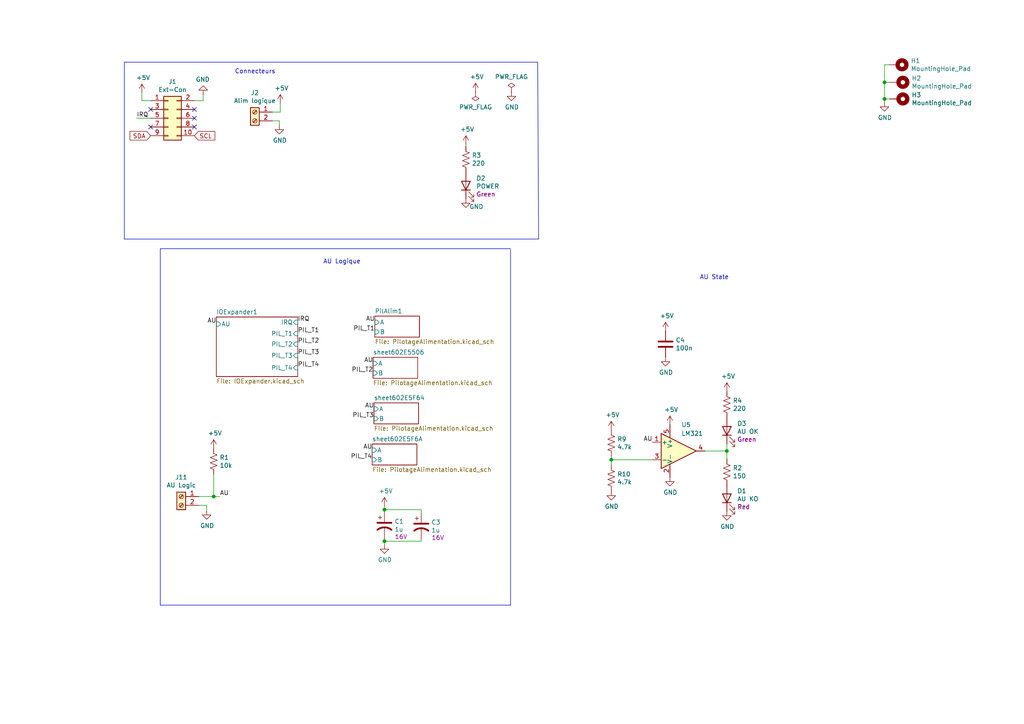
<source format=kicad_sch>
(kicad_sch (version 20230121) (generator eeschema)
  (paper "A4")
  (title_block (title "Alimentation maitre") (date "2020-11-18") (rev "1.0") (company "ARIG") (comment 1 "Auteur : Gregory DEPUILLE"))
  (lib_symbols
    (symbol "Amplifier_Operational:LM321" (pin_names (offset 0.127))
      (property "Reference" "U" (at 0 7.62 0))
      (property "Value" "LM321" (at 0 5.08 0))
      (symbol "LM321_0_1"
        (polyline (pts (xy -5.08 5.08) (xy 5.08 0) (xy -5.08 -5.08) (xy -5.08 5.08)) (stroke (width 0.254)) (fill (type background)))
      )
      (symbol "LM321_1_1"
        (pin input line (at -7.62 2.54 0) (length 2.54) (name "+") (number "1"))
        (pin power_in line (at -2.54 -7.62 90) (length 3.81) (name "V-") (number "2"))
        (pin input line (at -7.62 -2.54 0) (length 2.54) (name "-") (number "3"))
        (pin output line (at 7.62 0 180) (length 2.54) (name "~") (number "4"))
        (pin power_in line (at -2.54 7.62 270) (length 3.81) (name "V+") (number "5"))
      )
    )
    (symbol "Connector:Screw_Terminal_01x02" (pin_names (offset 1.016) hide)
      (property "Reference" "J" (at 0 2.54 0))
      (property "Value" "Screw_Terminal_01x02" (at 0 -5.08 0))
      (symbol "Screw_Terminal_01x02_1_1"
        (rectangle (start -1.27 1.27) (end 1.27 -3.81) (stroke (width 0.254)) (fill (type background)))
        (circle (center 0 -2.54) (radius 0.635) (stroke (width 0.1524)))
        (polyline (pts (xy -0.5334 -2.2098) (xy 0.3302 -3.048)) (stroke (width 0.1524)))
        (polyline (pts (xy -0.5334 0.3302) (xy 0.3302 -0.508)) (stroke (width 0.1524)))
        (polyline (pts (xy -0.3556 -2.032) (xy 0.508 -2.8702)) (stroke (width 0.1524)))
        (polyline (pts (xy -0.3556 0.508) (xy 0.508 -0.3302)) (stroke (width 0.1524)))
        (circle (center 0 0) (radius 0.635) (stroke (width 0.1524)))
        (pin passive line (at -5.08 0 0) (length 3.81) (name "Pin_1") (number "1"))
        (pin passive line (at -5.08 -2.54 0) (length 3.81) (name "Pin_2") (number "2"))
      )
    )
    (symbol "Connector_Generic:Conn_02x05_Odd_Even" (pin_names (offset 1.016) hide)
      (property "Reference" "J" (at 1.27 7.62 0))
      (property "Value" "Conn_02x05_Odd_Even" (at 1.27 -7.62 0))
      (symbol "Conn_02x05_Odd_Even_1_1"
        (rectangle (start -1.27 -4.953) (end 0 -5.207) (stroke (width 0.1524)))
        (rectangle (start -1.27 -2.413) (end 0 -2.667) (stroke (width 0.1524)))
        (rectangle (start -1.27 0.127) (end 0 -0.127) (stroke (width 0.1524)))
        (rectangle (start -1.27 2.667) (end 0 2.413) (stroke (width 0.1524)))
        (rectangle (start -1.27 5.207) (end 0 4.953) (stroke (width 0.1524)))
        (rectangle (start -1.27 6.35) (end 3.81 -6.35) (stroke (width 0.254)) (fill (type background)))
        (rectangle (start 3.81 -4.953) (end 2.54 -5.207) (stroke (width 0.1524)))
        (rectangle (start 3.81 -2.413) (end 2.54 -2.667) (stroke (width 0.1524)))
        (rectangle (start 3.81 0.127) (end 2.54 -0.127) (stroke (width 0.1524)))
        (rectangle (start 3.81 2.667) (end 2.54 2.413) (stroke (width 0.1524)))
        (rectangle (start 3.81 5.207) (end 2.54 4.953) (stroke (width 0.1524)))
        (pin passive line (at -5.08 5.08 0) (length 3.81) (name "Pin_1") (number "1"))
        (pin passive line (at 7.62 -5.08 180) (length 3.81) (name "Pin_10") (number "10"))
        (pin passive line (at 7.62 5.08 180) (length 3.81) (name "Pin_2") (number "2"))
        (pin passive line (at -5.08 2.54 0) (length 3.81) (name "Pin_3") (number "3"))
        (pin passive line (at 7.62 2.54 180) (length 3.81) (name "Pin_4") (number "4"))
        (pin passive line (at -5.08 0 0) (length 3.81) (name "Pin_5") (number "5"))
        (pin passive line (at 7.62 0 180) (length 3.81) (name "Pin_6") (number "6"))
        (pin passive line (at -5.08 -2.54 0) (length 3.81) (name "Pin_7") (number "7"))
        (pin passive line (at 7.62 -2.54 180) (length 3.81) (name "Pin_8") (number "8"))
        (pin passive line (at -5.08 -5.08 0) (length 3.81) (name "Pin_9") (number "9"))
      )
    )
    (symbol "Device:C" (pin_numbers hide) (pin_names (offset 0.254))
      (property "Reference" "C" (at 0.635 2.54 0))
      (property "Value" "C" (at 0.635 -2.54 0))
      (symbol "C_0_1"
        (polyline (pts (xy -2.032 -0.762) (xy 2.032 -0.762)) (stroke (width 0.508)))
        (polyline (pts (xy -2.032 0.762) (xy 2.032 0.762)) (stroke (width 0.508)))
      )
      (symbol "C_1_1"
        (pin passive line (at 0 3.81 270) (length 2.794) (name "~") (number "1"))
        (pin passive line (at 0 -3.81 90) (length 2.794) (name "~") (number "2"))
      )
    )
    (symbol "Device:LED" (pin_numbers hide) (pin_names (offset 1.016) hide)
      (property "Reference" "D" (at 0 2.54 0))
      (property "Value" "LED" (at 0 -2.54 0))
      (symbol "LED_0_1"
        (polyline (pts (xy -1.27 -1.27) (xy -1.27 1.27)) (stroke (width 0.254)))
        (polyline (pts (xy -1.27 0) (xy 1.27 0)))
        (polyline (pts (xy 1.27 -1.27) (xy 1.27 1.27) (xy -1.27 0) (xy 1.27 -1.27)) (stroke (width 0.254)))
        (polyline (pts (xy -3.048 -0.762) (xy -4.572 -2.286) (xy -3.81 -2.286) (xy -4.572 -2.286) (xy -4.572 -1.524)))
        (polyline (pts (xy -1.778 -0.762) (xy -3.302 -2.286) (xy -2.54 -2.286) (xy -3.302 -2.286) (xy -3.302 -1.524)))
      )
      (symbol "LED_1_1"
        (pin passive line (at -3.81 0 0) (length 2.54) (name "K") (number "1"))
        (pin passive line (at 3.81 0 180) (length 2.54) (name "A") (number "2"))
      )
    )
    (symbol "Device:R_US" (pin_numbers hide) (pin_names (offset 0))
      (property "Reference" "R" (at 2.54 0 90))
      (property "Value" "R_US" (at -2.54 0 90))
      (symbol "R_US_0_1"
        (polyline (pts (xy 0 -2.286) (xy 0 -2.54)))
        (polyline (pts (xy 0 2.286) (xy 0 2.54)))
        (polyline (pts (xy 0 -0.762) (xy 1.016 -1.143) (xy 0 -1.524) (xy -1.016 -1.905) (xy 0 -2.286)))
        (polyline (pts (xy 0 0.762) (xy 1.016 0.381) (xy 0 0) (xy -1.016 -0.381) (xy 0 -0.762)))
        (polyline (pts (xy 0 2.286) (xy 1.016 1.905) (xy 0 1.524) (xy -1.016 1.143) (xy 0 0.762)))
      )
      (symbol "R_US_1_1"
        (pin passive line (at 0 3.81 270) (length 1.27) (name "~") (number "1"))
        (pin passive line (at 0 -3.81 90) (length 1.27) (name "~") (number "2"))
      )
    )
    (symbol "MasterAlim-rescue:CP1-Device" (pin_numbers hide) (pin_names (offset 0.254) hide)
      (property "Reference" "C" (at 0.635 2.54 0))
      (property "Value" "Device_CP1" (at 0.635 -2.54 0))
      (symbol "CP1-Device_0_1"
        (polyline (pts (xy -2.032 0.762) (xy 2.032 0.762)) (stroke (width 0.508)))
        (polyline (pts (xy -1.778 2.286) (xy -0.762 2.286)))
        (polyline (pts (xy -1.27 1.778) (xy -1.27 2.794)))
        (arc (start 2.032 -1.27) (mid 0 -0.5572) (end -2.032 -1.27) (stroke (width 0.508)))
      )
      (symbol "CP1-Device_1_1"
        (pin passive line (at 0 3.81 270) (length 2.794) (name "~") (number "1"))
        (pin passive line (at 0 -3.81 90) (length 3.302) (name "~") (number "2"))
      )
    )
    (symbol "Mechanical:MountingHole_Pad" (pin_numbers hide) (pin_names (offset 1.016) hide)
      (property "Reference" "H" (at 0 6.35 0))
      (property "Value" "MountingHole_Pad" (at 0 4.445 0))
      (symbol "MountingHole_Pad_0_1"
        (circle (center 0 1.27) (radius 1.27) (stroke (width 1.27)))
      )
      (symbol "MountingHole_Pad_1_1"
        (pin input line (at 0 -2.54 90) (length 2.54) (name "1") (number "1"))
      )
    )
    (symbol "power:+5V" (power) (pin_names (offset 0))
      (property "Value" "+5V" (at 0 3.556 0))
      (symbol "+5V_0_1"
        (polyline (pts (xy -0.762 1.27) (xy 0 2.54)))
        (polyline (pts (xy 0 0) (xy 0 2.54)))
        (polyline (pts (xy 0 2.54) (xy 0.762 1.27)))
      )
      (symbol "+5V_1_1"
        (pin power_in line (at 0 0 90) (length 0) hide (name "+5V") (number "1"))
      )
    )
    (symbol "power:GND" (power) (pin_names (offset 0))
      (property "Value" "GND" (at 0 -3.81 0))
      (symbol "GND_0_1"
        (polyline (pts (xy 0 0) (xy 0 -1.27) (xy 1.27 -1.27) (xy 0 -2.54) (xy -1.27 -1.27) (xy 0 -1.27)))
      )
      (symbol "GND_1_1"
        (pin power_in line (at 0 0 270) (length 0) hide (name "GND") (number "1"))
      )
    )
    (symbol "power:PWR_FLAG" (power) (pin_numbers hide) (pin_names (offset 0) hide)
      (property "Value" "PWR_FLAG" (at 0 3.81 0))
      (symbol "PWR_FLAG_0_0"
        (pin power_out line (at 0 0 90) (length 0) (name "pwr") (number "1"))
      )
      (symbol "PWR_FLAG_0_1"
        (polyline (pts (xy 0 0) (xy 0 1.27) (xy -1.016 1.905) (xy 0 2.54) (xy 1.016 1.905) (xy 0 1.27)))
      )
    )
  )
  (junction (at 111.506 147.828))
  (junction (at 177.292 133.35))
  (junction (at 111.506 156.972))
  (junction (at 61.976 144.018))
  (junction (at 256.54 23.876))
  (junction (at 210.82 130.81))
  (junction (at 256.54 28.702))
  (no_connect (at 43.688 31.75))
  (no_connect (at 43.688 36.83))
  (no_connect (at 56.388 34.29))
  (no_connect (at 56.388 31.75))
  (no_connect (at 56.388 36.83))
  (wire (pts (xy 81.026 35.052) (xy 81.026 36.322)))
  (wire (pts (xy 61.976 137.668) (xy 61.976 144.018)))
  (wire (pts (xy 111.506 148.59) (xy 111.506 147.828)))
  (wire (pts (xy 111.506 156.972) (xy 111.506 157.988)))
  (polyline (pts (xy 156.21 69.342) (xy 155.956 18.034)))
  (polyline (pts (xy 46.482 72.136) (xy 46.482 175.514)))
  (wire (pts (xy 258.064 28.702) (xy 256.54 28.702)))
  (wire (pts (xy 258.064 23.876) (xy 256.54 23.876)))
  (wire (pts (xy 122.174 156.972) (xy 111.506 156.972)))
  (wire (pts (xy 58.928 29.21) (xy 58.928 27.432)))
  (wire (pts (xy 210.82 128.778) (xy 210.82 130.81)))
  (wire (pts (xy 41.148 29.21) (xy 41.148 26.924)))
  (wire (pts (xy 57.658 146.558) (xy 59.944 146.558)))
  (wire (pts (xy 111.506 156.21) (xy 111.506 156.972)))
  (polyline (pts (xy 155.956 18.034) (xy 36.068 18.034)))
  (wire (pts (xy 57.658 144.018) (xy 61.976 144.018)))
  (wire (pts (xy 204.47 130.81) (xy 210.82 130.81)))
  (wire (pts (xy 63.754 144.018) (xy 61.976 144.018)))
  (wire (pts (xy 81.28 32.512) (xy 81.28 29.972)))
  (wire (pts (xy 59.944 146.558) (xy 59.944 148.082)))
  (wire (pts (xy 78.994 35.052) (xy 81.026 35.052)))
  (wire (pts (xy 122.174 156.464) (xy 122.174 156.972)))
  (wire (pts (xy 56.388 29.21) (xy 58.928 29.21)))
  (polyline (pts (xy 36.068 69.342) (xy 156.21 69.342)))
  (wire (pts (xy 111.506 147.828) (xy 122.174 147.828)))
  (wire (pts (xy 210.82 130.81) (xy 210.82 133.096)))
  (wire (pts (xy 256.54 23.876) (xy 256.54 18.796)))
  (polyline (pts (xy 36.068 18.034) (xy 36.068 69.342)))
  (wire (pts (xy 111.506 146.812) (xy 111.506 147.828)))
  (wire (pts (xy 43.688 29.21) (xy 41.148 29.21)))
  (wire (pts (xy 256.54 23.876) (xy 256.54 28.702)))
  (wire (pts (xy 135.128 41.91) (xy 135.128 42.418)))
  (wire (pts (xy 177.292 132.334) (xy 177.292 133.35)))
  (wire (pts (xy 78.994 32.512) (xy 81.28 32.512)))
  (wire (pts (xy 189.23 133.35) (xy 177.292 133.35)))
  (wire (pts (xy 256.54 18.796) (xy 257.81 18.796)))
  (wire (pts (xy 177.292 133.35) (xy 177.292 134.874)))
  (polyline (pts (xy 148.082 175.514) (xy 148.082 72.39)))
  (polyline (pts (xy 46.482 175.514) (xy 148.082 175.514)))
  (wire (pts (xy 256.54 28.702) (xy 256.54 29.718)))
  (wire (pts (xy 43.688 34.29) (xy 39.624 34.29)))
  (wire (pts (xy 122.174 147.828) (xy 122.174 148.844)))
  (polyline (pts (xy 46.482 72.136) (xy 148.082 72.136)))
  (text "Connecteurs" (at 68.072 21.59 0) (effects (font (size 1.27 1.27)) (justify left bottom)))
  (text "AU Logique" (at 93.726 76.708 0) (effects (font (size 1.27 1.27)) (justify left bottom)))
  (text "AU State" (at 202.946 81.28 0) (effects (font (size 1.27 1.27)) (justify left bottom)))
  (label "IRQ" (at 86.36 93.472 0))
  (label "AU" (at 62.738 93.98 180))
  (label "AU" (at 108.712 93.472 180))
  (label "PIL_T1" (at 86.36 96.774 0))
  (label "AU" (at 63.754 144.018 0))
  (label "AU" (at 108.204 105.41 180))
  (label "PIL_T3" (at 108.458 121.412 180))
  (label "PIL_T2" (at 108.204 108.204 180))
  (label "PIL_T4" (at 107.95 133.35 180))
  (label "PIL_T1" (at 108.712 96.266 180))
  (label "PIL_T3" (at 86.36 103.124 0))
  (label "IRQ" (at 39.624 34.29 0))
  (label "PIL_T4" (at 86.36 106.68 0))
  (label "AU" (at 189.23 128.27 180))
  (label "AU" (at 107.95 130.556 180))
  (label "AU" (at 108.458 118.618 180))
  (label "PIL_T2" (at 86.36 99.822 0))
  (global_label "SDA" (shape input) (at 43.688 39.37 180) (property "Intersheetrefs" "${INTERSHEET_REFS}" (effects hide)))
  (global_label "SCL" (shape input) (at 56.388 39.37 0) (property "Intersheetrefs" "${INTERSHEET_REFS}" (effects hide)))
  (symbol (lib_id "Connector_Generic:Conn_02x05_Odd_Even") (at 48.768 34.29 0) (unit 1)
    (property "Reference" "J1" (at 50.038 23.6982 0))
    (property "Value" "Ext-Con" (at 50.038 26.0096 0))
    (property "Footprint" "Connector_IDC:IDC-Header_2x05_P2.54mm_Vertical" (effects hide))
    (property "JLCPCB BOM" "0" (effects hide))
  )
  (symbol (lib_id "power:+5V") (at 41.148 26.924 0) (unit 1)
    (property "Reference" "#PWR0103" (effects hide))
    (property "Value" "+5V" (at 41.529 22.5298 0))
  )
  (symbol (lib_id "power:GND") (at 58.928 27.432 180) (unit 1)
    (property "Reference" "#PWR0104" (effects hide))
    (property "Value" "GND" (at 58.801 23.0378 0))
  )
  (symbol (lib_id "power:PWR_FLAG") (at 137.922 26.67 180) (unit 1)
    (property "Reference" "#FLG0103" (effects hide))
    (property "Value" "PWR_FLAG" (at 137.922 31.0642 0))
  )
  (symbol (lib_id "power:GND") (at 59.944 148.082 0) (unit 1)
    (property "Reference" "#PWR0105" (effects hide))
    (property "Value" "GND" (at 60.071 152.4762 0))
  )
  (symbol (lib_id "Device:R_US") (at 61.976 133.858 0) (unit 1)
    (property "Reference" "R1" (at 63.7032 132.6896 0) (effects (justify left)))
    (property "Value" "10k" (at 63.7032 135.001 0) (effects (justify left)))
    (property "Footprint" "Resistor_SMD:R_0805_2012Metric_Pad1.20x1.40mm_HandSolder" (effects hide))
    (property "LCSC Part" "C17414" (effects hide))
  )
  (symbol (lib_id "Device:R_US") (at 210.82 136.906 0) (unit 1)
    (property "Reference" "R2" (at 212.5472 135.7376 0) (effects (justify left)))
    (property "Value" "150" (at 212.5472 138.049 0) (effects (justify left)))
    (property "Footprint" "Resistor_SMD:R_0805_2012Metric_Pad1.20x1.40mm_HandSolder" (effects hide))
    (property "LCSC Part" "C17471" (effects hide))
  )
  (symbol (lib_id "Device:LED") (at 210.82 144.526 90) (unit 1)
    (property "Reference" "D1" (at 213.8172 142.3924 90) (effects (justify right)))
    (property "Value" "AU KO" (at 213.8172 144.7038 90) (effects (justify right)))
    (property "Footprint" "LED_SMD:LED_0805_2012Metric" (effects hide))
    (property "Color" "Red" (at 213.8172 147.0152 90) (effects (justify right)))
    (property "LCSC Part" "C72037" (effects hide))
  )
  (symbol (lib_id "Device:R_US") (at 135.128 46.228 0) (unit 1)
    (property "Reference" "R3" (at 136.8552 45.0596 0) (effects (justify left)))
    (property "Value" "220" (at 136.8552 47.371 0) (effects (justify left)))
    (property "Footprint" "Resistor_SMD:R_0805_2012Metric_Pad1.20x1.40mm_HandSolder" (effects hide))
    (property "LCSC Part" " C17557" (effects hide))
  )
  (symbol (lib_id "Device:LED") (at 135.128 53.848 90) (unit 1)
    (property "Reference" "D2" (at 138.1252 51.7144 90) (effects (justify right)))
    (property "Value" "POWER" (at 138.1252 54.0258 90) (effects (justify right)))
    (property "Footprint" "LED_SMD:LED_0805_2012Metric" (effects hide))
    (property "Color" "Green" (at 138.1252 56.3372 90) (effects (justify right)))
    (property "LCSC Part" "C63855" (effects hide))
  )
  (symbol (lib_id "power:+5V") (at 135.128 41.91 0) (unit 1)
    (property "Reference" "#PWR0107" (effects hide))
    (property "Value" "+5V" (at 135.509 37.5158 0))
  )
  (symbol (lib_id "power:GND") (at 135.128 57.658 0) (unit 1)
    (property "Reference" "#PWR0108" (effects hide))
    (property "Value" "GND" (at 138.176 59.944 0))
  )
  (symbol (lib_id "Mechanical:MountingHole_Pad") (at 260.35 18.796 270) (unit 1)
    (property "Reference" "H1" (at 264.16 17.6276 90) (effects (justify left)))
    (property "Value" "MountingHole_Pad" (at 264.16 19.939 90) (effects (justify left)))
    (property "Footprint" "MountingHole:MountingHole_3.2mm_M3_Pad_Via" (effects hide))
    (property "JLCPCB BOM" "0" (effects hide))
  )
  (symbol (lib_id "Mechanical:MountingHole_Pad") (at 260.604 23.876 270) (unit 1)
    (property "Reference" "H2" (at 264.414 22.7076 90) (effects (justify left)))
    (property "Value" "MountingHole_Pad" (at 264.414 25.019 90) (effects (justify left)))
    (property "Footprint" "MountingHole:MountingHole_3.2mm_M3_Pad_Via" (effects hide))
    (property "JLCPCB BOM" "0" (effects hide))
  )
  (symbol (lib_id "power:GND") (at 256.54 29.718 0) (unit 1)
    (property "Reference" "#PWR041" (effects hide))
    (property "Value" "GND" (at 256.667 34.1122 0))
  )
  (symbol (lib_id "power:PWR_FLAG") (at 148.336 26.67 0) (unit 1)
    (property "Reference" "#FLG0102" (effects hide))
    (property "Value" "PWR_FLAG" (at 148.336 22.2758 0))
  )
  (symbol (lib_id "MasterAlim-rescue:CP1-Device") (at 111.506 152.4 0) (unit 1)
    (property "Reference" "C1" (at 114.427 151.2316 0) (effects (justify left)))
    (property "Value" "1u" (at 114.427 153.543 0) (effects (justify left)))
    (property "Footprint" "Capacitor_THT:CP_Radial_D5.0mm_P2.50mm" (effects hide))
    (property "Tension" "16V" (at 116.332 155.702 0))
    (property "JLCPCB BOM" "0" (effects hide))
  )
  (symbol (lib_id "MasterAlim-rescue:CP1-Device") (at 122.174 152.654 0) (unit 1)
    (property "Reference" "C3" (at 125.095 151.4856 0) (effects (justify left)))
    (property "Value" "1u" (at 125.095 153.797 0) (effects (justify left)))
    (property "Footprint" "Capacitor_THT:CP_Radial_D5.0mm_P2.50mm" (effects hide))
    (property "Tension" "16V" (at 127 155.956 0))
    (property "JLCPCB BOM" "0" (effects hide))
  )
  (symbol (lib_id "power:GND") (at 111.506 157.988 0) (unit 1)
    (property "Reference" "#PWR04" (effects hide))
    (property "Value" "GND" (at 111.633 162.3822 0))
  )
  (symbol (lib_id "power:+5V") (at 111.506 146.812 0) (unit 1)
    (property "Reference" "#PWR03" (effects hide))
    (property "Value" "+5V" (at 111.887 142.4178 0))
  )
  (symbol (lib_id "Connector:Screw_Terminal_01x02") (at 52.578 144.018 0) (mirror y) (unit 1)
    (property "Reference" "J11" (at 52.578 138.43 0))
    (property "Value" "AU Logic" (at 52.578 140.716 0))
    (property "Footprint" "TerminalBlock_Phoenix:TerminalBlock_Phoenix_MPT-0,5-2-2.54_1x02_P2.54mm_Horizontal" (effects hide))
    (property "JLCPCB BOM" "0" (effects hide))
  )
  (symbol (lib_id "power:GND") (at 148.336 26.67 0) (unit 1)
    (property "Reference" "#PWR0114" (effects hide))
    (property "Value" "GND" (at 148.463 31.0642 0))
  )
  (symbol (lib_id "Mechanical:MountingHole_Pad") (at 260.604 28.702 270) (unit 1)
    (property "Reference" "H3" (at 264.414 27.5336 90) (effects (justify left)))
    (property "Value" "MountingHole_Pad" (at 264.414 29.845 90) (effects (justify left)))
    (property "Footprint" "MountingHole:MountingHole_3.2mm_M3_Pad_Via" (effects hide))
    (property "JLCPCB BOM" "0" (effects hide))
  )
  (symbol (lib_id "power:GND") (at 81.026 36.322 0) (unit 1)
    (property "Reference" "#PWR019" (effects hide))
    (property "Value" "GND" (at 81.153 40.7162 0))
  )
  (symbol (lib_id "power:+5V") (at 81.28 29.972 0) (unit 1)
    (property "Reference" "#PWR020" (effects hide))
    (property "Value" "+5V" (at 81.661 25.5778 0))
  )
  (symbol (lib_id "power:+5V") (at 137.922 26.67 0) (unit 1)
    (property "Reference" "#PWR0116" (effects hide))
    (property "Value" "+5V" (at 138.303 22.2758 0))
  )
  (symbol (lib_id "Connector:Screw_Terminal_01x02") (at 73.914 32.512 0) (mirror y) (unit 1)
    (property "Reference" "J2" (at 73.914 26.924 0))
    (property "Value" "Alim logique" (at 73.914 29.21 0))
    (property "Footprint" "TerminalBlock_Phoenix:TerminalBlock_Phoenix_MKDS-1,5-2-5.08_1x02_P5.08mm_Horizontal" (effects hide))
    (property "JLCPCB BOM" "0" (effects hide))
  )
  (symbol (lib_id "power:+5V") (at 210.82 113.538 0) (unit 1)
    (property "Reference" "#PWR02" (effects hide))
    (property "Value" "+5V" (at 211.201 109.1438 0))
  )
  (symbol (lib_id "power:GND") (at 210.82 148.336 0) (unit 1)
    (property "Reference" "#PWR07" (effects hide))
    (property "Value" "GND" (at 210.947 152.7302 0))
  )
  (symbol (lib_id "Device:LED") (at 210.82 124.968 90) (unit 1)
    (property "Reference" "D3" (at 213.8172 122.8344 90) (effects (justify right)))
    (property "Value" "AU OK" (at 213.8172 125.1458 90) (effects (justify right)))
    (property "Footprint" "LED_SMD:LED_0805_2012Metric" (effects hide))
    (property "Color" "Green" (at 213.8172 127.4572 90) (effects (justify right)))
    (property "LCSC Part" "C63855" (effects hide))
  )
  (symbol (lib_id "Device:R_US") (at 210.82 117.348 0) (unit 1)
    (property "Reference" "R4" (at 212.5472 116.1796 0) (effects (justify left)))
    (property "Value" "220" (at 212.5472 118.491 0) (effects (justify left)))
    (property "Footprint" "Resistor_SMD:R_0805_2012Metric_Pad1.20x1.40mm_HandSolder" (effects hide))
    (property "LCSC Part" " C17557" (effects hide))
  )
  (symbol (lib_id "power:+5V") (at 61.976 130.048 0) (unit 1)
    (property "Reference" "#PWR01" (effects hide))
    (property "Value" "+5V" (at 62.357 125.6538 0))
  )
  (symbol (lib_id "power:+5V") (at 177.292 124.714 0) (unit 1)
    (property "Reference" "#PWR05" (effects hide))
    (property "Value" "+5V" (at 177.673 120.3198 0))
  )
  (symbol (lib_id "power:GND") (at 177.292 142.494 0) (unit 1)
    (property "Reference" "#PWR06" (effects hide))
    (property "Value" "GND" (at 177.419 146.8882 0))
  )
  (symbol (lib_id "Device:R_US") (at 177.292 128.524 0) (unit 1)
    (property "Reference" "R9" (at 179.0192 127.3556 0) (effects (justify left)))
    (property "Value" "4.7k" (at 179.0192 129.667 0) (effects (justify left)))
    (property "Footprint" "Resistor_SMD:R_0805_2012Metric_Pad1.20x1.40mm_HandSolder" (effects hide))
  )
  (symbol (lib_id "Device:R_US") (at 177.292 138.684 0) (unit 1)
    (property "Reference" "R10" (at 179.0192 137.5156 0) (effects (justify left)))
    (property "Value" "4.7k" (at 179.0192 139.827 0) (effects (justify left)))
    (property "Footprint" "Resistor_SMD:R_0805_2012Metric_Pad1.20x1.40mm_HandSolder" (effects hide))
  )
  (symbol (lib_id "Amplifier_Operational:LM321") (at 196.85 130.81 0) (unit 1)
    (property "Reference" "U5" (at 197.612 123.19 0) (effects (justify left)))
    (property "Value" "LM321" (at 197.612 125.73 0) (effects (justify left)))
    (property "Footprint" "Package_TO_SOT_SMD:SOT-23-5" (effects hide))
    (property "Datasheet" "http://www.ti.com/lit/ds/symlink/lm321.pdf" (effects hide))
  )
  (symbol (lib_id "power:+5V") (at 194.31 123.19 0) (unit 1)
    (property "Reference" "#PWR015" (effects hide))
    (property "Value" "+5V" (at 194.691 118.7958 0))
  )
  (symbol (lib_id "power:GND") (at 194.31 138.43 0) (unit 1)
    (property "Reference" "#PWR016" (effects hide))
    (property "Value" "GND" (at 194.437 142.8242 0))
  )
  (symbol (lib_id "Device:C") (at 193.04 99.822 0) (unit 1)
    (property "Reference" "C4" (at 195.961 98.6536 0) (effects (justify left)))
    (property "Value" "100n" (at 195.961 100.965 0) (effects (justify left)))
    (property "Footprint" "Capacitor_SMD:C_0603_1608Metric_Pad1.08x0.95mm_HandSolder" (effects hide))
    (property "LCSC Part" " C14663" (effects hide))
    (property "Tension" "50V" (effects hide))
  )
  (symbol (lib_id "power:+5V") (at 193.04 96.012 0) (unit 1)
    (property "Reference" "#PWR08" (effects hide))
    (property "Value" "+5V" (at 193.421 91.6178 0))
  )
  (symbol (lib_id "power:GND") (at 193.04 103.632 0) (unit 1)
    (property "Reference" "#PWR09" (effects hide))
    (property "Value" "GND" (at 193.167 108.0262 0))
  )
  (sheet (at 108.712 91.694) (size 12.954 6.096)
    (property "Sheetname" "PilAlim1" (at 108.712 90.9824 0) (effects (justify left bottom)))
    (property "Sheetfile" "PilotageAlimentation.kicad_sch" (at 108.712 98.3746 0) (effects (justify left top)))
    (pin "A" input (at 108.712 93.472 180))
    (pin "B" input (at 108.712 96.266 180))
  )
  (sheet (at 108.204 103.632) (size 12.954 6.096)
    (property "Sheetname" "sheet602E5506" (at 108.204 102.9204 0) (effects (justify left bottom)))
    (property "Sheetfile" "PilotageAlimentation.kicad_sch" (at 108.204 110.3126 0) (effects (justify left top)))
    (pin "A" input (at 108.204 105.41 180))
    (pin "B" input (at 108.204 108.204 180))
  )
  (sheet (at 108.458 116.84) (size 12.954 6.096)
    (property "Sheetname" "sheet602E5F64" (at 108.458 116.1284 0) (effects (justify left bottom)))
    (property "Sheetfile" "PilotageAlimentation.kicad_sch" (at 108.458 123.5206 0) (effects (justify left top)))
    (pin "A" input (at 108.458 118.618 180))
    (pin "B" input (at 108.458 121.412 180))
  )
  (sheet (at 107.95 128.778) (size 12.954 6.096)
    (property "Sheetname" "sheet602E5F6A" (at 107.95 128.0664 0) (effects (justify left bottom)))
    (property "Sheetfile" "PilotageAlimentation.kicad_sch" (at 107.95 135.4586 0) (effects (justify left top)))
    (pin "A" input (at 107.95 130.556 180))
    (pin "B" input (at 107.95 133.35 180))
  )
  (sheet (at 62.738 91.948) (size 23.622 17.272)
    (property "Sheetname" "IOExpander1" (at 62.738 91.2364 0) (effects (justify left bottom)))
    (property "Sheetfile" "IOExpander.kicad_sch" (at 62.738 109.8046 0) (effects (justify left top)))
    (pin "AU" input (at 62.738 93.98 180))
    (pin "PIL_T1" input (at 86.36 96.774 0))
    (pin "PIL_T2" input (at 86.36 99.822 0))
    (pin "PIL_T3" input (at 86.36 103.124 0))
    (pin "PIL_T4" input (at 86.36 106.68 0))
    (pin "IRQ" input (at 86.36 93.472 0))
  )
)
</source>
